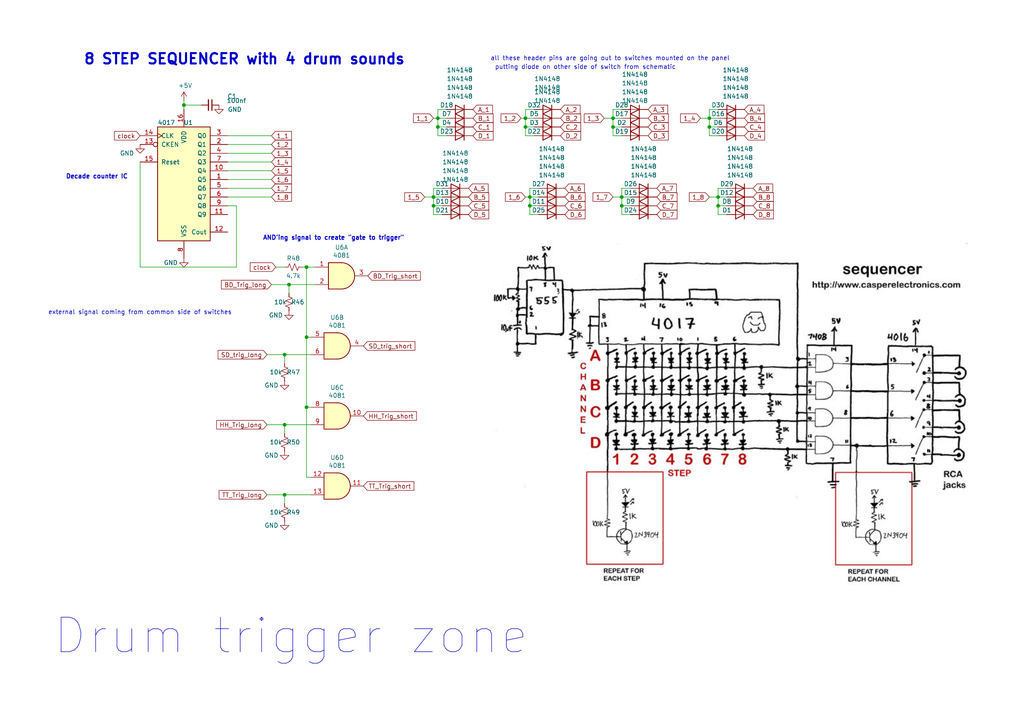
<source format=kicad_sch>
(kicad_sch (version 20211123) (generator eeschema)
  (paper "A4")
  (lib_symbols
    (symbol "4xxx:4017" (pin_names (offset 1.016))
      (property "Reference" "U" (at -7.62 16.51 0))
      (property "Value" "4017" (at -7.62 -19.05 0))
      (symbol "4017_1_0"
        (pin output line (at 12.7 0 180) (length 5.08) (name "Q5") (number "1"))
        (pin output line (at 12.7 2.54 180) (length 5.08) (name "Q4") (number "10"))
        (pin output line (at 12.7 -10.16 180) (length 5.08) (name "Q9") (number "11"))
        (pin output line (at 12.7 -15.24 180) (length 5.08) (name "Cout") (number "12"))
        (pin input inverted (at -12.7 10.16 0) (length 5.08) (name "CKEN") (number "13"))
        (pin input clock (at -12.7 12.7 0) (length 5.08) (name "CLK") (number "14"))
        (pin input line (at -12.7 5.08 0) (length 5.08) (name "Reset") (number "15"))
        (pin power_in line (at 0 20.32 270) (length 5.08) (name "VDD") (number "16"))
        (pin output line (at 12.7 10.16 180) (length 5.08) (name "Q1") (number "2"))
        (pin output line (at 12.7 12.7 180) (length 5.08) (name "Q0") (number "3"))
        (pin output line (at 12.7 7.62 180) (length 5.08) (name "Q2") (number "4"))
        (pin output line (at 12.7 -2.54 180) (length 5.08) (name "Q6") (number "5"))
        (pin output line (at 12.7 -5.08 180) (length 5.08) (name "Q7") (number "6"))
        (pin output line (at 12.7 5.08 180) (length 5.08) (name "Q3") (number "7"))
        (pin power_in line (at 0 -22.86 90) (length 5.08) (name "VSS") (number "8"))
        (pin output line (at 12.7 -7.62 180) (length 5.08) (name "Q8") (number "9"))
      )
      (symbol "4017_1_1"
        (rectangle (start -7.62 15.24) (end 7.62 -17.78) (stroke (width 0.254)) (fill (type background)))
      )
    )
    (symbol "4xxx:4081" (pin_names (offset 1.016))
      (property "Reference" "U" (at 0 1.27 0))
      (property "Value" "4081" (at 0 -1.27 0))
      (symbol "4081_1_1"
        (arc (start 0 -3.81) (mid 3.81 0) (end 0 3.81) (stroke (width 0.254)) (fill (type background)))
        (polyline (pts (xy 0 3.81) (xy -3.81 3.81) (xy -3.81 -3.81) (xy 0 -3.81)) (stroke (width 0.254)) (fill (type background)))
        (pin input line (at -7.62 2.54 0) (length 3.81) (name "~") (number "1"))
        (pin input line (at -7.62 -2.54 0) (length 3.81) (name "~") (number "2"))
        (pin output line (at 7.62 0 180) (length 3.81) (name "~") (number "3"))
      )
      (symbol "4081_1_2"
        (arc (start -3.81 -3.81) (mid -2.589 0) (end -3.81 3.81) (stroke (width 0.254)))
        (arc (start -0.6096 -3.81) (mid 2.1842 -2.5851) (end 3.81 0) (stroke (width 0.254)) (fill (type background)))
        (polyline (pts (xy -3.81 -3.81) (xy -0.635 -3.81)) (stroke (width 0.254)) (fill (type background)))
        (polyline (pts (xy -3.81 3.81) (xy -0.635 3.81)) (stroke (width 0.254)) (fill (type background)))
        (polyline (pts (xy -0.635 3.81) (xy -3.81 3.81) (xy -3.81 3.81) (xy -3.556 3.4036) (xy -3.0226 2.2606) (xy -2.6924 1.0414) (xy -2.6162 -0.254) (xy -2.7686 -1.4986) (xy -3.175 -2.7178) (xy -3.81 -3.81) (xy -3.81 -3.81) (xy -0.635 -3.81)) (stroke (width -25.4)) (fill (type background)))
        (arc (start 3.81 0) (mid 2.1915 2.5936) (end -0.6096 3.81) (stroke (width 0.254)) (fill (type background)))
        (pin input inverted (at -7.62 2.54 0) (length 4.318) (name "~") (number "1"))
        (pin input inverted (at -7.62 -2.54 0) (length 4.318) (name "~") (number "2"))
        (pin output inverted (at 7.62 0 180) (length 3.81) (name "~") (number "3"))
      )
      (symbol "4081_2_1"
        (arc (start 0 -3.81) (mid 3.81 0) (end 0 3.81) (stroke (width 0.254)) (fill (type background)))
        (polyline (pts (xy 0 3.81) (xy -3.81 3.81) (xy -3.81 -3.81) (xy 0 -3.81)) (stroke (width 0.254)) (fill (type background)))
        (pin output line (at 7.62 0 180) (length 3.81) (name "~") (number "4"))
        (pin input line (at -7.62 2.54 0) (length 3.81) (name "~") (number "5"))
        (pin input line (at -7.62 -2.54 0) (length 3.81) (name "~") (number "6"))
      )
      (symbol "4081_2_2"
        (arc (start -3.81 -3.81) (mid -2.589 0) (end -3.81 3.81) (stroke (width 0.254)))
        (arc (start -0.6096 -3.81) (mid 2.1842 -2.5851) (end 3.81 0) (stroke (width 0.254)) (fill (type background)))
        (polyline (pts (xy -3.81 -3.81) (xy -0.635 -3.81)) (stroke (width 0.254)) (fill (type background)))
        (polyline (pts (xy -3.81 3.81) (xy -0.635 3.81)) (stroke (width 0.254)) (fill (type background)))
        (polyline (pts (xy -0.635 3.81) (xy -3.81 3.81) (xy -3.81 3.81) (xy -3.556 3.4036) (xy -3.0226 2.2606) (xy -2.6924 1.0414) (xy -2.6162 -0.254) (xy -2.7686 -1.4986) (xy -3.175 -2.7178) (xy -3.81 -3.81) (xy -3.81 -3.81) (xy -0.635 -3.81)) (stroke (width -25.4)) (fill (type background)))
        (arc (start 3.81 0) (mid 2.1915 2.5936) (end -0.6096 3.81) (stroke (width 0.254)) (fill (type background)))
        (pin output inverted (at 7.62 0 180) (length 3.81) (name "~") (number "4"))
        (pin input inverted (at -7.62 2.54 0) (length 4.318) (name "~") (number "5"))
        (pin input inverted (at -7.62 -2.54 0) (length 4.318) (name "~") (number "6"))
      )
      (symbol "4081_3_1"
        (arc (start 0 -3.81) (mid 3.81 0) (end 0 3.81) (stroke (width 0.254)) (fill (type background)))
        (polyline (pts (xy 0 3.81) (xy -3.81 3.81) (xy -3.81 -3.81) (xy 0 -3.81)) (stroke (width 0.254)) (fill (type background)))
        (pin output line (at 7.62 0 180) (length 3.81) (name "~") (number "10"))
        (pin input line (at -7.62 2.54 0) (length 3.81) (name "~") (number "8"))
        (pin input line (at -7.62 -2.54 0) (length 3.81) (name "~") (number "9"))
      )
      (symbol "4081_3_2"
        (arc (start -3.81 -3.81) (mid -2.589 0) (end -3.81 3.81) (stroke (width 0.254)))
        (arc (start -0.6096 -3.81) (mid 2.1842 -2.5851) (end 3.81 0) (stroke (width 0.254)) (fill (type background)))
        (polyline (pts (xy -3.81 -3.81) (xy -0.635 -3.81)) (stroke (width 0.254)) (fill (type background)))
        (polyline (pts (xy -3.81 3.81) (xy -0.635 3.81)) (stroke (width 0.254)) (fill (type background)))
        (polyline (pts (xy -0.635 3.81) (xy -3.81 3.81) (xy -3.81 3.81) (xy -3.556 3.4036) (xy -3.0226 2.2606) (xy -2.6924 1.0414) (xy -2.6162 -0.254) (xy -2.7686 -1.4986) (xy -3.175 -2.7178) (xy -3.81 -3.81) (xy -3.81 -3.81) (xy -0.635 -3.81)) (stroke (width -25.4)) (fill (type background)))
        (arc (start 3.81 0) (mid 2.1915 2.5936) (end -0.6096 3.81) (stroke (width 0.254)) (fill (type background)))
        (pin output inverted (at 7.62 0 180) (length 3.81) (name "~") (number "10"))
        (pin input inverted (at -7.62 2.54 0) (length 4.318) (name "~") (number "8"))
        (pin input inverted (at -7.62 -2.54 0) (length 4.318) (name "~") (number "9"))
      )
      (symbol "4081_4_1"
        (arc (start 0 -3.81) (mid 3.81 0) (end 0 3.81) (stroke (width 0.254)) (fill (type background)))
        (polyline (pts (xy 0 3.81) (xy -3.81 3.81) (xy -3.81 -3.81) (xy 0 -3.81)) (stroke (width 0.254)) (fill (type background)))
        (pin output line (at 7.62 0 180) (length 3.81) (name "~") (number "11"))
        (pin input line (at -7.62 2.54 0) (length 3.81) (name "~") (number "12"))
        (pin input line (at -7.62 -2.54 0) (length 3.81) (name "~") (number "13"))
      )
      (symbol "4081_4_2"
        (arc (start -3.81 -3.81) (mid -2.589 0) (end -3.81 3.81) (stroke (width 0.254)))
        (arc (start -0.6096 -3.81) (mid 2.1842 -2.5851) (end 3.81 0) (stroke (width 0.254)) (fill (type background)))
        (polyline (pts (xy -3.81 -3.81) (xy -0.635 -3.81)) (stroke (width 0.254)) (fill (type background)))
        (polyline (pts (xy -3.81 3.81) (xy -0.635 3.81)) (stroke (width 0.254)) (fill (type background)))
        (polyline (pts (xy -0.635 3.81) (xy -3.81 3.81) (xy -3.81 3.81) (xy -3.556 3.4036) (xy -3.0226 2.2606) (xy -2.6924 1.0414) (xy -2.6162 -0.254) (xy -2.7686 -1.4986) (xy -3.175 -2.7178) (xy -3.81 -3.81) (xy -3.81 -3.81) (xy -0.635 -3.81)) (stroke (width -25.4)) (fill (type background)))
        (arc (start 3.81 0) (mid 2.1915 2.5936) (end -0.6096 3.81) (stroke (width 0.254)) (fill (type background)))
        (pin output inverted (at 7.62 0 180) (length 3.81) (name "~") (number "11"))
        (pin input inverted (at -7.62 2.54 0) (length 4.318) (name "~") (number "12"))
        (pin input inverted (at -7.62 -2.54 0) (length 4.318) (name "~") (number "13"))
      )
      (symbol "4081_5_0"
        (pin power_in line (at 0 12.7 270) (length 5.08) (name "VDD") (number "14"))
        (pin power_in line (at 0 -12.7 90) (length 5.08) (name "VSS") (number "7"))
      )
      (symbol "4081_5_1"
        (rectangle (start -5.08 7.62) (end 5.08 -7.62) (stroke (width 0.254)) (fill (type background)))
      )
    )
    (symbol "Device:C_Small" (pin_numbers hide) (pin_names (offset 0.254) hide)
      (property "Reference" "C" (at 0.254 1.778 0))
      (property "Value" "C_Small" (at 0.254 -2.032 0))
      (symbol "C_Small_0_1"
        (polyline (pts (xy -1.524 -0.508) (xy 1.524 -0.508)) (stroke (width 0.3302)))
        (polyline (pts (xy -1.524 0.508) (xy 1.524 0.508)) (stroke (width 0.3048)))
      )
      (symbol "C_Small_1_1"
        (pin passive line (at 0 2.54 270) (length 2.032) (name "~") (number "1"))
        (pin passive line (at 0 -2.54 90) (length 2.032) (name "~") (number "2"))
      )
    )
    (symbol "Device:R_Small_US" (pin_numbers hide) (pin_names (offset 0.254) hide)
      (property "Reference" "R" (at 0.762 0.508 0))
      (property "Value" "R_Small_US" (at 0.762 -1.016 0))
      (symbol "R_Small_US_1_1"
        (polyline (pts (xy 0 0) (xy 1.016 -0.381) (xy 0 -0.762) (xy -1.016 -1.143) (xy 0 -1.524)))
        (polyline (pts (xy 0 1.524) (xy 1.016 1.143) (xy 0 0.762) (xy -1.016 0.381) (xy 0 0)))
        (pin passive line (at 0 2.54 270) (length 1.016) (name "~") (number "1"))
        (pin passive line (at 0 -2.54 90) (length 1.016) (name "~") (number "2"))
      )
    )
    (symbol "Diode:1N4148" (pin_numbers hide) (pin_names hide)
      (property "Reference" "D" (at 0 2.54 0))
      (property "Value" "1N4148" (at 0 -2.54 0))
      (symbol "1N4148_0_1"
        (polyline (pts (xy -1.27 1.27) (xy -1.27 -1.27)) (stroke (width 0.254)))
        (polyline (pts (xy 1.27 0) (xy -1.27 0)))
        (polyline (pts (xy 1.27 1.27) (xy 1.27 -1.27) (xy -1.27 0) (xy 1.27 1.27)) (stroke (width 0.254)))
      )
      (symbol "1N4148_1_1"
        (pin passive line (at -3.81 0 0) (length 2.54) (name "K") (number "1"))
        (pin passive line (at 3.81 0 180) (length 2.54) (name "A") (number "2"))
      )
    )
    (symbol "power:+5V" (power) (pin_names (offset 0))
      (property "Value" "+5V" (at 0 3.556 0))
      (symbol "+5V_0_1"
        (polyline (pts (xy -0.762 1.27) (xy 0 2.54)))
        (polyline (pts (xy 0 0) (xy 0 2.54)))
        (polyline (pts (xy 0 2.54) (xy 0.762 1.27)))
      )
      (symbol "+5V_1_1"
        (pin power_in line (at 0 0 90) (length 0) hide (name "+5V") (number "1"))
      )
    )
    (symbol "power:GND" (power) (pin_names (offset 0))
      (property "Value" "GND" (at 0 -3.81 0))
      (symbol "GND_0_1"
        (polyline (pts (xy 0 0) (xy 0 -1.27) (xy 1.27 -1.27) (xy 0 -2.54) (xy -1.27 -1.27) (xy 0 -1.27)))
      )
      (symbol "GND_1_1"
        (pin power_in line (at 0 0 270) (length 0) hide (name "GND") (number "1"))
      )
    )
  )
  (junction (at 127 36.83))
  (junction (at 180.34 57.15))
  (junction (at 153.67 57.15))
  (junction (at 82.55 143.51))
  (junction (at 88.9 118.11))
  (junction (at 125.73 59.69))
  (junction (at 83.82 82.55))
  (junction (at 152.4 34.29))
  (junction (at 208.28 59.69))
  (junction (at 205.74 36.83))
  (junction (at 153.67 59.69))
  (junction (at 127 34.29))
  (junction (at 177.8 36.83))
  (junction (at 208.28 57.15))
  (junction (at 82.55 123.19))
  (junction (at 177.8 34.29))
  (junction (at 82.55 102.87))
  (junction (at 152.4 36.83))
  (junction (at 125.73 57.15))
  (junction (at 205.74 34.29))
  (junction (at 88.9 97.79))
  (junction (at 53.34 30.48))
  (junction (at 180.34 59.69))
  (junction (at 88.9 77.47))
  (wire (pts (xy 40.64 77.47) (xy 40.64 46.99)))
  (wire (pts (xy 203.2 34.29) (xy 205.74 34.29)))
  (wire (pts (xy 66.04 39.37) (xy 78.74 39.37)))
  (wire (pts (xy 153.67 54.61) (xy 156.21 54.61)))
  (wire (pts (xy 205.74 57.15) (xy 208.28 57.15)))
  (wire (pts (xy 180.34 62.23) (xy 182.88 62.23)))
  (wire (pts (xy 82.55 143.51) (xy 90.17 143.51)))
  (wire (pts (xy 88.9 97.79) (xy 90.17 97.79)))
  (wire (pts (xy 177.8 34.29) (xy 177.8 36.83)))
  (wire (pts (xy 125.73 34.29) (xy 127 34.29)))
  (wire (pts (xy 153.67 59.69) (xy 153.67 62.23)))
  (wire (pts (xy 125.73 59.69) (xy 125.73 62.23)))
  (wire (pts (xy 205.74 34.29) (xy 205.74 36.83)))
  (wire (pts (xy 152.4 34.29) (xy 152.4 36.83)))
  (wire (pts (xy 77.47 102.87) (xy 82.55 102.87)))
  (wire (pts (xy 177.8 36.83) (xy 177.8 39.37)))
  (wire (pts (xy 152.4 36.83) (xy 152.4 39.37)))
  (wire (pts (xy 152.4 31.75) (xy 154.94 31.75)))
  (wire (pts (xy 82.55 123.19) (xy 90.17 123.19)))
  (wire (pts (xy 66.04 57.15) (xy 78.74 57.15)))
  (wire (pts (xy 80.01 77.47) (xy 82.55 77.47)))
  (wire (pts (xy 152.4 31.75) (xy 152.4 34.29)))
  (wire (pts (xy 153.67 57.15) (xy 153.67 59.69)))
  (wire (pts (xy 53.34 29.21) (xy 53.34 30.48)))
  (wire (pts (xy 208.28 57.15) (xy 210.82 57.15)))
  (wire (pts (xy 177.8 36.83) (xy 180.34 36.83)))
  (wire (pts (xy 208.28 59.69) (xy 210.82 59.69)))
  (wire (pts (xy 177.8 34.29) (xy 180.34 34.29)))
  (wire (pts (xy 83.82 85.09) (xy 83.82 82.55)))
  (wire (pts (xy 66.04 54.61) (xy 78.74 54.61)))
  (wire (pts (xy 180.34 54.61) (xy 180.34 57.15)))
  (wire (pts (xy 125.73 62.23) (xy 128.27 62.23)))
  (wire (pts (xy 82.55 105.41) (xy 82.55 102.87)))
  (wire (pts (xy 205.74 36.83) (xy 208.28 36.83)))
  (wire (pts (xy 58.42 30.48) (xy 53.34 30.48)))
  (wire (pts (xy 125.73 54.61) (xy 125.73 57.15)))
  (wire (pts (xy 123.19 57.15) (xy 125.73 57.15)))
  (wire (pts (xy 125.73 59.69) (xy 128.27 59.69)))
  (wire (pts (xy 205.74 31.75) (xy 208.28 31.75)))
  (wire (pts (xy 66.04 44.45) (xy 78.74 44.45)))
  (wire (pts (xy 82.55 102.87) (xy 90.17 102.87)))
  (wire (pts (xy 127 31.75) (xy 129.54 31.75)))
  (wire (pts (xy 151.13 34.29) (xy 152.4 34.29)))
  (wire (pts (xy 177.8 57.15) (xy 180.34 57.15)))
  (wire (pts (xy 88.9 77.47) (xy 88.9 97.79)))
  (wire (pts (xy 127 34.29) (xy 127 36.83)))
  (wire (pts (xy 127 36.83) (xy 127 39.37)))
  (wire (pts (xy 180.34 57.15) (xy 182.88 57.15)))
  (wire (pts (xy 127 39.37) (xy 129.54 39.37)))
  (wire (pts (xy 66.04 46.99) (xy 78.74 46.99)))
  (wire (pts (xy 208.28 59.69) (xy 208.28 62.23)))
  (wire (pts (xy 208.28 54.61) (xy 208.28 57.15)))
  (wire (pts (xy 152.4 36.83) (xy 154.94 36.83)))
  (wire (pts (xy 152.4 39.37) (xy 154.94 39.37)))
  (wire (pts (xy 127 34.29) (xy 129.54 34.29)))
  (wire (pts (xy 66.04 41.91) (xy 78.74 41.91)))
  (wire (pts (xy 152.4 34.29) (xy 154.94 34.29)))
  (wire (pts (xy 180.34 54.61) (xy 182.88 54.61)))
  (wire (pts (xy 177.8 31.75) (xy 177.8 34.29)))
  (wire (pts (xy 205.74 36.83) (xy 205.74 39.37)))
  (wire (pts (xy 88.9 118.11) (xy 88.9 138.43)))
  (wire (pts (xy 87.63 77.47) (xy 88.9 77.47)))
  (wire (pts (xy 177.8 31.75) (xy 180.34 31.75)))
  (wire (pts (xy 127 36.83) (xy 129.54 36.83)))
  (wire (pts (xy 125.73 57.15) (xy 125.73 59.69)))
  (wire (pts (xy 82.55 125.73) (xy 82.55 123.19)))
  (wire (pts (xy 88.9 77.47) (xy 91.44 77.47)))
  (wire (pts (xy 78.74 82.55) (xy 83.82 82.55)))
  (wire (pts (xy 68.58 59.69) (xy 68.58 77.47)))
  (wire (pts (xy 88.9 138.43) (xy 90.17 138.43)))
  (wire (pts (xy 153.67 62.23) (xy 156.21 62.23)))
  (wire (pts (xy 125.73 54.61) (xy 128.27 54.61)))
  (wire (pts (xy 177.8 39.37) (xy 180.34 39.37)))
  (wire (pts (xy 127 31.75) (xy 127 34.29)))
  (wire (pts (xy 208.28 57.15) (xy 208.28 59.69)))
  (wire (pts (xy 82.55 146.05) (xy 82.55 143.51)))
  (wire (pts (xy 208.28 54.61) (xy 210.82 54.61)))
  (wire (pts (xy 66.04 52.07) (xy 78.74 52.07)))
  (wire (pts (xy 205.74 39.37) (xy 208.28 39.37)))
  (wire (pts (xy 83.82 82.55) (xy 91.44 82.55)))
  (wire (pts (xy 88.9 118.11) (xy 88.9 97.79)))
  (wire (pts (xy 180.34 59.69) (xy 182.88 59.69)))
  (wire (pts (xy 66.04 49.53) (xy 78.74 49.53)))
  (wire (pts (xy 180.34 59.69) (xy 180.34 62.23)))
  (wire (pts (xy 153.67 54.61) (xy 153.67 57.15)))
  (wire (pts (xy 68.58 77.47) (xy 40.64 77.47)))
  (wire (pts (xy 180.34 57.15) (xy 180.34 59.69)))
  (wire (pts (xy 125.73 57.15) (xy 128.27 57.15)))
  (wire (pts (xy 208.28 62.23) (xy 210.82 62.23)))
  (wire (pts (xy 153.67 59.69) (xy 156.21 59.69)))
  (wire (pts (xy 205.74 34.29) (xy 208.28 34.29)))
  (wire (pts (xy 205.74 31.75) (xy 205.74 34.29)))
  (wire (pts (xy 152.4 57.15) (xy 153.67 57.15)))
  (wire (pts (xy 153.67 57.15) (xy 156.21 57.15)))
  (wire (pts (xy 88.9 118.11) (xy 90.17 118.11)))
  (wire (pts (xy 175.26 34.29) (xy 177.8 34.29)))
  (wire (pts (xy 77.47 123.19) (xy 82.55 123.19)))
  (wire (pts (xy 53.34 30.48) (xy 53.34 31.75)))
  (wire (pts (xy 77.47 143.51) (xy 82.55 143.51)))
  (wire (pts (xy 66.04 59.69) (xy 68.58 59.69)))
  (image (at 212.09 120.65) (scale 2.18892))
  (text "AND'ing signal to create \"gate to trigger\" " (at 76.2 69.85 0) (effects (font (size 1.27 1.27) bold) (justify left bottom)))
  (text "external signal coming from common side of switches" (at 13.97 91.44 0) (effects (font (size 1.27 1.27)) (justify left bottom)))
  (text "all these header pins are going out to switches mounted on the panel" (at 142.24 17.78 0) (effects (font (size 1.27 1.27)) (justify left bottom)))
  (text "8 STEP SEQUENCER with 4 drum sounds" (at 24.13 19.05 0) (effects (font (size 3 3) (thickness 0.6) bold) (justify left bottom)))
  (text "Drum trigger zone" (at 15.24 190.5 0) (effects (font (size 10.0076 10.0076)) (justify left bottom)))
  (text "putting diode on other side of switch from schematic" (at 143.51 20.32 0) (effects (font (size 1.27 1.27)) (justify left bottom)))
  (text "Decade counter IC" (at 19.05 52.07 0) (effects (font (size 1.27 1.27) bold) (justify left bottom)))
  (global_label "BD_Trig_long" (shape input) (at 78.74 82.55 180) (property "Intersheet References" "${INTERSHEET_REFS}" (effects hide)))
  (global_label "1_2" (shape input) (at 151.13 34.29 180) (property "Intersheet References" "${INTERSHEET_REFS}" (effects hide)))
  (global_label "1_1" (shape input) (at 78.74 39.37 0) (property "Intersheet References" "${INTERSHEET_REFS}" (effects hide)))
  (global_label "SD_trig_short" (shape input) (at 105.41 100.33 0) (property "Intersheet References" "${INTERSHEET_REFS}" (effects hide)))
  (global_label "D_4" (shape input) (at 215.9 39.37 0) (property "Intersheet References" "${INTERSHEET_REFS}" (effects hide)))
  (global_label "TT_Trig_short" (shape input) (at 105.41 140.97 0) (property "Intersheet References" "${INTERSHEET_REFS}" (effects hide)))
  (global_label "A_6" (shape input) (at 163.83 54.61 0) (property "Intersheet References" "${INTERSHEET_REFS}" (effects hide)))
  (global_label "C_7" (shape input) (at 190.5 59.69 0) (property "Intersheet References" "${INTERSHEET_REFS}" (effects hide)))
  (global_label "1_8" (shape input) (at 205.74 57.15 180) (property "Intersheet References" "${INTERSHEET_REFS}" (effects hide)))
  (global_label "1_6" (shape input) (at 152.4 57.15 180) (property "Intersheet References" "${INTERSHEET_REFS}" (effects hide)))
  (global_label "1_7" (shape input) (at 177.8 57.15 180) (property "Intersheet References" "${INTERSHEET_REFS}" (effects hide)))
  (global_label "1_3" (shape input) (at 175.26 34.29 180) (property "Intersheet References" "${INTERSHEET_REFS}" (effects hide)))
  (global_label "A_8" (shape input) (at 218.44 54.61 0) (property "Intersheet References" "${INTERSHEET_REFS}" (effects hide)))
  (global_label "C_4" (shape input) (at 215.9 36.83 0) (property "Intersheet References" "${INTERSHEET_REFS}" (effects hide)))
  (global_label "B_6" (shape input) (at 163.83 57.15 0) (property "Intersheet References" "${INTERSHEET_REFS}" (effects hide)))
  (global_label "C_6" (shape input) (at 163.83 59.69 0) (property "Intersheet References" "${INTERSHEET_REFS}" (effects hide)))
  (global_label "B_2" (shape input) (at 162.56 34.29 0) (property "Intersheet References" "${INTERSHEET_REFS}" (effects hide)))
  (global_label "1_8" (shape input) (at 78.74 57.15 0) (property "Intersheet References" "${INTERSHEET_REFS}" (effects hide)))
  (global_label "1_6" (shape input) (at 78.74 52.07 0) (property "Intersheet References" "${INTERSHEET_REFS}" (effects hide)))
  (global_label "C_8" (shape input) (at 218.44 59.69 0) (property "Intersheet References" "${INTERSHEET_REFS}" (effects hide)))
  (global_label "1_5" (shape input) (at 123.19 57.15 180) (property "Intersheet References" "${INTERSHEET_REFS}" (effects hide)))
  (global_label "C_2" (shape input) (at 162.56 36.83 0) (property "Intersheet References" "${INTERSHEET_REFS}" (effects hide)))
  (global_label "A_2" (shape input) (at 162.56 31.75 0) (property "Intersheet References" "${INTERSHEET_REFS}" (effects hide)))
  (global_label "D_1" (shape input) (at 137.16 39.37 0) (property "Intersheet References" "${INTERSHEET_REFS}" (effects hide)))
  (global_label "D_3" (shape input) (at 187.96 39.37 0) (property "Intersheet References" "${INTERSHEET_REFS}" (effects hide)))
  (global_label "D_8" (shape input) (at 218.44 62.23 0) (property "Intersheet References" "${INTERSHEET_REFS}" (effects hide)))
  (global_label "B_1" (shape input) (at 137.16 34.29 0) (property "Intersheet References" "${INTERSHEET_REFS}" (effects hide)))
  (global_label "B_3" (shape input) (at 187.96 34.29 0) (property "Intersheet References" "${INTERSHEET_REFS}" (effects hide)))
  (global_label "1_1" (shape input) (at 125.73 34.29 180) (property "Intersheet References" "${INTERSHEET_REFS}" (effects hide)))
  (global_label "1_4" (shape input) (at 203.2 34.29 180) (property "Intersheet References" "${INTERSHEET_REFS}" (effects hide)))
  (global_label "1_4" (shape input) (at 78.74 46.99 0) (property "Intersheet References" "${INTERSHEET_REFS}" (effects hide)))
  (global_label "HH_Trig_short" (shape input) (at 105.41 120.65 0) (property "Intersheet References" "${INTERSHEET_REFS}" (effects hide)))
  (global_label "B_4" (shape input) (at 215.9 34.29 0) (property "Intersheet References" "${INTERSHEET_REFS}" (effects hide)))
  (global_label "C_3" (shape input) (at 187.96 36.83 0) (property "Intersheet References" "${INTERSHEET_REFS}" (effects hide)))
  (global_label "C_1" (shape input) (at 137.16 36.83 0) (property "Intersheet References" "${INTERSHEET_REFS}" (effects hide)))
  (global_label "clock" (shape input) (at 40.64 39.37 180) (property "Intersheet References" "${INTERSHEET_REFS}" (effects hide)))
  (global_label "A_5" (shape input) (at 135.89 54.61 0) (property "Intersheet References" "${INTERSHEET_REFS}" (effects hide)))
  (global_label "TT_Trig_long" (shape input) (at 77.47 143.51 180) (property "Intersheet References" "${INTERSHEET_REFS}" (effects hide)))
  (global_label "B_5" (shape input) (at 135.89 57.15 0) (property "Intersheet References" "${INTERSHEET_REFS}" (effects hide)))
  (global_label "BD_Trig_short" (shape input) (at 106.68 80.01 0) (property "Intersheet References" "${INTERSHEET_REFS}" (effects hide)))
  (global_label "B_7" (shape input) (at 190.5 57.15 0) (property "Intersheet References" "${INTERSHEET_REFS}" (effects hide)))
  (global_label "B_8" (shape input) (at 218.44 57.15 0) (property "Intersheet References" "${INTERSHEET_REFS}" (effects hide)))
  (global_label "A_7" (shape input) (at 190.5 54.61 0) (property "Intersheet References" "${INTERSHEET_REFS}" (effects hide)))
  (global_label "1_5" (shape input) (at 78.74 49.53 0) (property "Intersheet References" "${INTERSHEET_REFS}" (effects hide)))
  (global_label "C_5" (shape input) (at 135.89 59.69 0) (property "Intersheet References" "${INTERSHEET_REFS}" (effects hide)))
  (global_label "D_5" (shape input) (at 135.89 62.23 0) (property "Intersheet References" "${INTERSHEET_REFS}" (effects hide)))
  (global_label "SD_trig_long" (shape input) (at 77.47 102.87 180) (property "Intersheet References" "${INTERSHEET_REFS}" (effects hide)))
  (global_label "1_3" (shape input) (at 78.74 44.45 0) (property "Intersheet References" "${INTERSHEET_REFS}" (effects hide)))
  (global_label "A_1" (shape input) (at 137.16 31.75 0) (property "Intersheet References" "${INTERSHEET_REFS}" (effects hide)))
  (global_label "D_6" (shape input) (at 163.83 62.23 0) (property "Intersheet References" "${INTERSHEET_REFS}" (effects hide)))
  (global_label "1_7" (shape input) (at 78.74 54.61 0) (property "Intersheet References" "${INTERSHEET_REFS}" (effects hide)))
  (global_label "A_3" (shape input) (at 187.96 31.75 0) (property "Intersheet References" "${INTERSHEET_REFS}" (effects hide)))
  (global_label "D_7" (shape input) (at 190.5 62.23 0) (property "Intersheet References" "${INTERSHEET_REFS}" (effects hide)))
  (global_label "clock" (shape input) (at 80.01 77.47 180) (property "Intersheet References" "${INTERSHEET_REFS}" (effects hide)))
  (global_label "HH_Trig_long" (shape input) (at 77.47 123.19 180) (property "Intersheet References" "${INTERSHEET_REFS}" (effects hide)))
  (global_label "D_2" (shape input) (at 162.56 39.37 0) (property "Intersheet References" "${INTERSHEET_REFS}" (effects hide)))
  (global_label "A_4" (shape input) (at 215.9 31.75 0) (property "Intersheet References" "${INTERSHEET_REFS}" (effects hide)))
  (global_label "1_2" (shape input) (at 78.74 41.91 0) (property "Intersheet References" "${INTERSHEET_REFS}" (effects hide)))
  (symbol (lib_id "4xxx:4017") (at 53.34 52.07 0) (unit 1)
    (property "Reference" "U1" (at 54.61 35.56 0))
    (property "Value" "4017" (at 48.26 35.56 0))
    (property "Footprint" "Package_SO:SO-16_5.3x10.2mm_P1.27mm" (effects hide))
    (property "Datasheet" "http://www.intersil.com/content/dam/Intersil/documents/cd40/cd4017bms-22bms.pdf" (effects hide))
  )
  (symbol (lib_id "power:GND") (at 40.64 41.91 0) (unit 1)
    (property "Reference" "#PWR05" (effects hide))
    (property "Value" "GND" (at 36.83 44.45 0))
  )
  (symbol (lib_id "power:GND") (at 53.34 74.93 0) (unit 1)
    (property "Reference" "#PWR07" (effects hide))
    (property "Value" "GND" (at 49.53 76.2 0))
  )
  (symbol (lib_id "Diode:1N4148") (at 184.15 31.75 180) (unit 1)
    (property "Reference" "D28" (at 180.34 30.48 0))
    (property "Value" "1N4148" (at 184.15 21.59 0))
    (property "Footprint" "Diode_SMD:D_SOD-323" (effects hide))
    (property "Datasheet" "https://assets.nexperia.com/documents/data-sheet/1N4148_1N4448.pdf" (effects hide))
  )
  (symbol (lib_id "Diode:1N4148") (at 133.35 31.75 180) (unit 1)
    (property "Reference" "D18" (at 129.54 30.48 0))
    (property "Value" "1N4148" (at 133.35 20.32 0))
    (property "Footprint" "Diode_SMD:D_SOD-323" (effects hide))
    (property "Datasheet" "https://assets.nexperia.com/documents/data-sheet/1N4148_1N4448.pdf" (effects hide))
  )
  (symbol (lib_id "Diode:1N4148") (at 158.75 31.75 180) (unit 1)
    (property "Reference" "D32" (at 154.94 30.48 0))
    (property "Value" "1N4148" (at 158.75 22.86 0))
    (property "Footprint" "Diode_SMD:D_SOD-323" (effects hide))
    (property "Datasheet" "https://assets.nexperia.com/documents/data-sheet/1N4148_1N4448.pdf" (effects hide))
  )
  (symbol (lib_id "Diode:1N4148") (at 212.09 31.75 180) (unit 1)
    (property "Reference" "D30" (at 208.28 30.48 0))
    (property "Value" "1N4148" (at 213.36 20.32 0))
    (property "Footprint" "Diode_SMD:D_SOD-323" (effects hide))
    (property "Datasheet" "https://assets.nexperia.com/documents/data-sheet/1N4148_1N4448.pdf" (effects hide))
  )
  (symbol (lib_id "Diode:1N4148") (at 132.08 54.61 180) (unit 1)
    (property "Reference" "D31" (at 128.27 53.34 0))
    (property "Value" "1N4148" (at 132.08 44.45 0))
    (property "Footprint" "Diode_SMD:D_SOD-323" (effects hide))
    (property "Datasheet" "https://assets.nexperia.com/documents/data-sheet/1N4148_1N4448.pdf" (effects hide))
  )
  (symbol (lib_id "Diode:1N4148") (at 160.02 54.61 180) (unit 1)
    (property "Reference" "D27" (at 156.21 53.34 0))
    (property "Value" "1N4148" (at 160.02 43.18 0))
    (property "Footprint" "Diode_SMD:D_SOD-323" (effects hide))
    (property "Datasheet" "https://assets.nexperia.com/documents/data-sheet/1N4148_1N4448.pdf" (effects hide))
  )
  (symbol (lib_id "Diode:1N4148") (at 186.69 54.61 180) (unit 1)
    (property "Reference" "D26" (at 182.88 53.34 0))
    (property "Value" "1N4148" (at 186.69 43.18 0))
    (property "Footprint" "Diode_SMD:D_SOD-323" (effects hide))
    (property "Datasheet" "https://assets.nexperia.com/documents/data-sheet/1N4148_1N4448.pdf" (effects hide))
  )
  (symbol (lib_id "Diode:1N4148") (at 214.63 54.61 180) (unit 1)
    (property "Reference" "D29" (at 210.82 53.34 0))
    (property "Value" "1N4148" (at 214.63 43.18 0))
    (property "Footprint" "Diode_SMD:D_SOD-323" (effects hide))
    (property "Datasheet" "https://assets.nexperia.com/documents/data-sheet/1N4148_1N4448.pdf" (effects hide))
  )
  (symbol (lib_id "Diode:1N4148") (at 184.15 34.29 180) (unit 1)
    (property "Reference" "D17" (at 180.34 33.02 0))
    (property "Value" "1N4148" (at 184.15 24.13 0))
    (property "Footprint" "Diode_SMD:D_SOD-323" (effects hide))
    (property "Datasheet" "https://assets.nexperia.com/documents/data-sheet/1N4148_1N4448.pdf" (effects hide))
  )
  (symbol (lib_id "Diode:1N4148") (at 133.35 34.29 180) (unit 1)
    (property "Reference" "D7" (at 129.54 33.02 0))
    (property "Value" "1N4148" (at 133.35 22.86 0))
    (property "Footprint" "Diode_SMD:D_SOD-323" (effects hide))
    (property "Datasheet" "https://assets.nexperia.com/documents/data-sheet/1N4148_1N4448.pdf" (effects hide))
  )
  (symbol (lib_id "Diode:1N4148") (at 158.75 34.29 180) (unit 1)
    (property "Reference" "D5" (at 154.94 33.02 0))
    (property "Value" "1N4148" (at 158.75 25.4 0))
    (property "Footprint" "Diode_SMD:D_SOD-323" (effects hide))
    (property "Datasheet" "https://assets.nexperia.com/documents/data-sheet/1N4148_1N4448.pdf" (effects hide))
  )
  (symbol (lib_id "Diode:1N4148") (at 212.09 34.29 180) (unit 1)
    (property "Reference" "D16" (at 208.28 33.02 0))
    (property "Value" "1N4148" (at 213.36 22.86 0))
    (property "Footprint" "Diode_SMD:D_SOD-323" (effects hide))
    (property "Datasheet" "https://assets.nexperia.com/documents/data-sheet/1N4148_1N4448.pdf" (effects hide))
  )
  (symbol (lib_id "Diode:1N4148") (at 132.08 57.15 180) (unit 1)
    (property "Reference" "D13" (at 128.27 55.88 0))
    (property "Value" "1N4148" (at 132.08 46.99 0))
    (property "Footprint" "Diode_SMD:D_SOD-323" (effects hide))
    (property "Datasheet" "https://assets.nexperia.com/documents/data-sheet/1N4148_1N4448.pdf" (effects hide))
  )
  (symbol (lib_id "Diode:1N4148") (at 160.02 57.15 180) (unit 1)
    (property "Reference" "D14" (at 156.21 55.88 0))
    (property "Value" "1N4148" (at 160.02 45.72 0))
    (property "Footprint" "Diode_SMD:D_SOD-323" (effects hide))
    (property "Datasheet" "https://assets.nexperia.com/documents/data-sheet/1N4148_1N4448.pdf" (effects hide))
  )
  (symbol (lib_id "Diode:1N4148") (at 186.69 57.15 180) (unit 1)
    (property "Reference" "D15" (at 182.88 55.88 0))
    (property "Value" "1N4148" (at 186.69 45.72 0))
    (property "Footprint" "Diode_SMD:D_SOD-323" (effects hide))
    (property "Datasheet" "https://assets.nexperia.com/documents/data-sheet/1N4148_1N4448.pdf" (effects hide))
  )
  (symbol (lib_id "Diode:1N4148") (at 214.63 57.15 180) (unit 1)
    (property "Reference" "D12" (at 210.82 55.88 0))
    (property "Value" "1N4148" (at 214.63 45.72 0))
    (property "Footprint" "Diode_SMD:D_SOD-323" (effects hide))
    (property "Datasheet" "https://assets.nexperia.com/documents/data-sheet/1N4148_1N4448.pdf" (effects hide))
  )
  (symbol (lib_id "Diode:1N4148") (at 184.15 36.83 180) (unit 1)
    (property "Reference" "D2" (at 180.34 35.56 0))
    (property "Value" "1N4148" (at 184.15 26.67 0))
    (property "Footprint" "Diode_SMD:D_SOD-323" (effects hide))
    (property "Datasheet" "https://assets.nexperia.com/documents/data-sheet/1N4148_1N4448.pdf" (effects hide))
  )
  (symbol (lib_id "Diode:1N4148") (at 133.35 36.83 180) (unit 1)
    (property "Reference" "D4" (at 129.54 35.56 0))
    (property "Value" "1N4148" (at 133.35 25.4 0))
    (property "Footprint" "Diode_SMD:D_SOD-323" (effects hide))
    (property "Datasheet" "https://assets.nexperia.com/documents/data-sheet/1N4148_1N4448.pdf" (effects hide))
  )
  (symbol (lib_id "Diode:1N4148") (at 158.75 36.83 180) (unit 1)
    (property "Reference" "D3" (at 154.94 35.56 0))
    (property "Value" "1N4148" (at 158.75 26.67 0))
    (property "Footprint" "Diode_SMD:D_SOD-323" (effects hide))
    (property "Datasheet" "https://assets.nexperia.com/documents/data-sheet/1N4148_1N4448.pdf" (effects hide))
  )
  (symbol (lib_id "Diode:1N4148") (at 212.09 36.83 180) (unit 1)
    (property "Reference" "D6" (at 208.28 35.56 0))
    (property "Value" "1N4148" (at 213.36 25.4 0))
    (property "Footprint" "Diode_SMD:D_SOD-323" (effects hide))
    (property "Datasheet" "https://assets.nexperia.com/documents/data-sheet/1N4148_1N4448.pdf" (effects hide))
  )
  (symbol (lib_id "Diode:1N4148") (at 132.08 59.69 180) (unit 1)
    (property "Reference" "D10" (at 128.27 58.42 0))
    (property "Value" "1N4148" (at 132.08 49.53 0))
    (property "Footprint" "Diode_SMD:D_SOD-323" (effects hide))
    (property "Datasheet" "https://assets.nexperia.com/documents/data-sheet/1N4148_1N4448.pdf" (effects hide))
  )
  (symbol (lib_id "Diode:1N4148") (at 160.02 59.69 180) (unit 1)
    (property "Reference" "D11" (at 156.21 58.42 0))
    (property "Value" "1N4148" (at 160.02 48.26 0))
    (property "Footprint" "Diode_SMD:D_SOD-323" (effects hide))
    (property "Datasheet" "https://assets.nexperia.com/documents/data-sheet/1N4148_1N4448.pdf" (effects hide))
  )
  (symbol (lib_id "Diode:1N4148") (at 186.69 59.69 180) (unit 1)
    (property "Reference" "D9" (at 182.88 58.42 0))
    (property "Value" "1N4148" (at 186.69 48.26 0))
    (property "Footprint" "Diode_SMD:D_SOD-323" (effects hide))
    (property "Datasheet" "https://assets.nexperia.com/documents/data-sheet/1N4148_1N4448.pdf" (effects hide))
  )
  (symbol (lib_id "Diode:1N4148") (at 214.63 59.69 180) (unit 1)
    (property "Reference" "D8" (at 210.82 58.42 0))
    (property "Value" "1N4148" (at 214.63 48.26 0))
    (property "Footprint" "Diode_SMD:D_SOD-323" (effects hide))
    (property "Datasheet" "https://assets.nexperia.com/documents/data-sheet/1N4148_1N4448.pdf" (effects hide))
  )
  (symbol (lib_id "Diode:1N4148") (at 184.15 39.37 180) (unit 1)
    (property "Reference" "D19" (at 180.34 38.1 0))
    (property "Value" "1N4148" (at 184.15 29.21 0))
    (property "Footprint" "Diode_SMD:D_SOD-323" (effects hide))
    (property "Datasheet" "https://assets.nexperia.com/documents/data-sheet/1N4148_1N4448.pdf" (effects hide))
  )
  (symbol (lib_id "Diode:1N4148") (at 133.35 39.37 180) (unit 1)
    (property "Reference" "D23" (at 129.54 38.1 0))
    (property "Value" "1N4148" (at 133.35 27.94 0))
    (property "Footprint" "Diode_SMD:D_SOD-323" (effects hide))
    (property "Datasheet" "https://assets.nexperia.com/documents/data-sheet/1N4148_1N4448.pdf" (effects hide))
  )
  (symbol (lib_id "Diode:1N4148") (at 158.75 39.37 180) (unit 1)
    (property "Reference" "D22" (at 154.94 38.1 0))
    (property "Value" "1N4148" (at 158.75 29.21 0))
    (property "Footprint" "Diode_SMD:D_SOD-323" (effects hide))
    (property "Datasheet" "https://assets.nexperia.com/documents/data-sheet/1N4148_1N4448.pdf" (effects hide))
  )
  (symbol (lib_id "Diode:1N4148") (at 212.09 39.37 180) (unit 1)
    (property "Reference" "D20" (at 208.28 38.1 0))
    (property "Value" "1N4148" (at 213.36 27.94 0))
    (property "Footprint" "Diode_SMD:D_SOD-323" (effects hide))
    (property "Datasheet" "https://assets.nexperia.com/documents/data-sheet/1N4148_1N4448.pdf" (effects hide))
  )
  (symbol (lib_id "Diode:1N4148") (at 132.08 62.23 180) (unit 1)
    (property "Reference" "D21" (at 128.27 60.96 0))
    (property "Value" "1N4148" (at 132.08 52.07 0))
    (property "Footprint" "Diode_SMD:D_SOD-323" (effects hide))
    (property "Datasheet" "https://assets.nexperia.com/documents/data-sheet/1N4148_1N4448.pdf" (effects hide))
  )
  (symbol (lib_id "Diode:1N4148") (at 160.02 62.23 180) (unit 1)
    (property "Reference" "D25" (at 156.21 60.96 0))
    (property "Value" "1N4148" (at 160.02 50.8 0))
    (property "Footprint" "Diode_SMD:D_SOD-323" (effects hide))
    (property "Datasheet" "https://assets.nexperia.com/documents/data-sheet/1N4148_1N4448.pdf" (effects hide))
  )
  (symbol (lib_id "Diode:1N4148") (at 186.69 62.23 180) (unit 1)
    (property "Reference" "D24" (at 182.88 60.96 0))
    (property "Value" "1N4148" (at 186.69 50.8 0))
    (property "Footprint" "Diode_SMD:D_SOD-323" (effects hide))
    (property "Datasheet" "https://assets.nexperia.com/documents/data-sheet/1N4148_1N4448.pdf" (effects hide))
  )
  (symbol (lib_id "Diode:1N4148") (at 214.63 62.23 180) (unit 1)
    (property "Reference" "D1" (at 210.82 60.96 0))
    (property "Value" "1N4148" (at 214.63 50.8 0))
    (property "Footprint" "Diode_SMD:D_SOD-323" (effects hide))
    (property "Datasheet" "https://assets.nexperia.com/documents/data-sheet/1N4148_1N4448.pdf" (effects hide))
  )
  (symbol (lib_id "Device:C_Small") (at 60.96 30.48 270) (unit 1)
    (property "Reference" "C1" (at 67.31 27.94 90))
    (property "Value" "100nf" (at 68.58 29.21 90))
    (property "Footprint" "Capacitor_SMD:C_0805_2012Metric" (effects hide))
  )
  (symbol (lib_id "power:GND") (at 63.5 30.48 0) (unit 1)
    (property "Reference" "#PWR08" (effects hide))
    (property "Value" "GND" (at 66.04 31.7499 0) (effects (justify left)))
  )
  (symbol (lib_id "4xxx:4081") (at 99.06 80.01 0) (unit 1)
    (property "Reference" "U6" (at 99.06 71.755 0))
    (property "Value" "4081" (at 99.06 74.0664 0))
    (property "Footprint" "Package_SO:SO-14_3.9x8.65mm_P1.27mm" (effects hide))
    (property "Datasheet" "http://www.intersil.com/content/dam/Intersil/documents/cd40/cd4073bms-81bms-82bms.pdf" (effects hide))
  )
  (symbol (lib_id "Device:R_Small_US") (at 85.09 77.47 270) (unit 1)
    (property "Reference" "R48" (at 85.09 74.93 90))
    (property "Value" "4.7k" (at 85.09 80.01 90))
    (property "Footprint" "Resistor_SMD:R_0603_1608Metric" (effects hide))
  )
  (symbol (lib_id "Device:R_Small_US") (at 83.82 87.63 180) (unit 1)
    (property "Reference" "R46" (at 86.36 87.63 0))
    (property "Value" "10k" (at 81.28 87.63 0))
    (property "Footprint" "Resistor_SMD:R_0603_1608Metric" (effects hide))
  )
  (symbol (lib_id "power:GND") (at 83.82 90.17 0) (unit 1)
    (property "Reference" "#PWR012" (effects hide))
    (property "Value" "GND" (at 80.01 91.44 0))
  )
  (symbol (lib_id "Device:R_Small_US") (at 82.55 107.95 180) (unit 1)
    (property "Reference" "R47" (at 85.09 107.95 0))
    (property "Value" "10k" (at 80.01 107.95 0))
    (property "Footprint" "Resistor_SMD:R_0603_1608Metric" (effects hide))
  )
  (symbol (lib_id "power:GND") (at 82.55 110.49 0) (unit 1)
    (property "Reference" "#PWR09" (effects hide))
    (property "Value" "GND" (at 78.74 111.76 0))
  )
  (symbol (lib_id "Device:R_Small_US") (at 82.55 128.27 180) (unit 1)
    (property "Reference" "R50" (at 85.09 128.27 0))
    (property "Value" "10k" (at 80.01 128.27 0))
    (property "Footprint" "Resistor_SMD:R_0603_1608Metric" (effects hide))
  )
  (symbol (lib_id "power:GND") (at 82.55 130.81 0) (unit 1)
    (property "Reference" "#PWR010" (effects hide))
    (property "Value" "GND" (at 78.74 132.08 0))
  )
  (symbol (lib_id "Device:R_Small_US") (at 82.55 148.59 180) (unit 1)
    (property "Reference" "R49" (at 85.09 148.59 0))
    (property "Value" "10k" (at 80.01 148.59 0))
    (property "Footprint" "Resistor_SMD:R_0603_1608Metric" (effects hide))
  )
  (symbol (lib_id "power:GND") (at 82.55 151.13 0) (unit 1)
    (property "Reference" "#PWR011" (effects hide))
    (property "Value" "GND" (at 78.74 152.4 0))
  )
  (symbol (lib_id "4xxx:4081") (at 97.79 100.33 0) (unit 2)
    (property "Reference" "U6" (at 97.79 92.075 0))
    (property "Value" "4081" (at 97.79 94.3864 0))
    (property "Footprint" "Package_SO:SO-14_3.9x8.65mm_P1.27mm" (effects hide))
    (property "Datasheet" "http://www.intersil.com/content/dam/Intersil/documents/cd40/cd4073bms-81bms-82bms.pdf" (effects hide))
  )
  (symbol (lib_id "4xxx:4081") (at 97.79 120.65 0) (unit 3)
    (property "Reference" "U6" (at 97.79 112.395 0))
    (property "Value" "4081" (at 97.79 114.7064 0))
    (property "Footprint" "Package_SO:SO-14_3.9x8.65mm_P1.27mm" (effects hide))
    (property "Datasheet" "http://www.intersil.com/content/dam/Intersil/documents/cd40/cd4073bms-81bms-82bms.pdf" (effects hide))
  )
  (symbol (lib_id "4xxx:4081") (at 97.79 140.97 0) (unit 4)
    (property "Reference" "U6" (at 97.79 132.715 0))
    (property "Value" "4081" (at 97.79 135.0264 0))
    (property "Footprint" "Package_SO:SO-14_3.9x8.65mm_P1.27mm" (effects hide))
    (property "Datasheet" "http://www.intersil.com/content/dam/Intersil/documents/cd40/cd4073bms-81bms-82bms.pdf" (effects hide))
  )
  (symbol (lib_id "power:+5V") (at 53.34 29.21 0) (unit 1)
    (property "Reference" "#PWR06" (effects hide))
    (property "Value" "+5V" (at 53.721 24.8158 0))
  )
)
</source>
